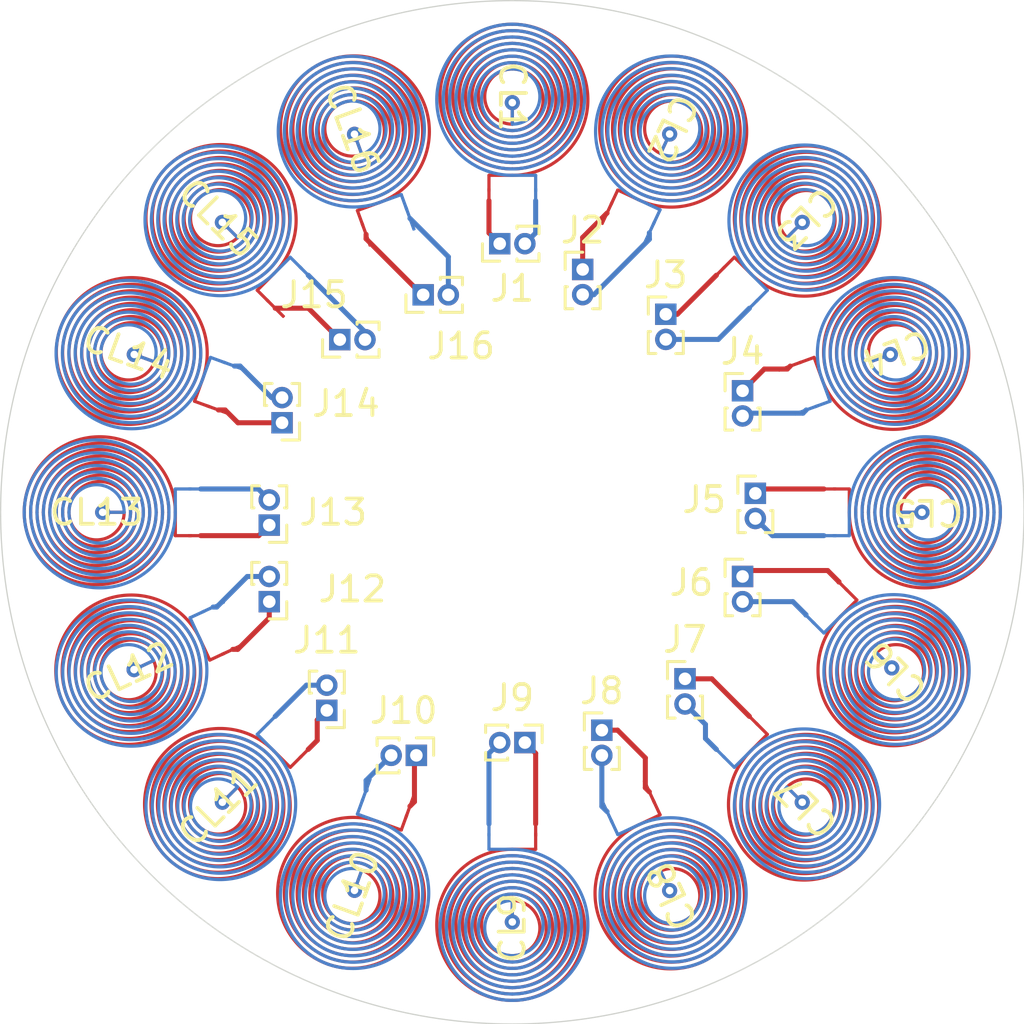
<source format=kicad_pcb>
(kicad_pcb (version 20240108) (generator "pcbnew") (generator_version "8.0")
  (layers (0 "F.Cu" signal) (31 "B.Cu" signal) (34 "B.Paste" user) (35 "F.Paste" user) (36 "B.SilkS" user "B.Silkscreen") (37 "F.SilkS" user "F.Silkscreen") (38 "B.Mask" user) (39 "F.Mask" user) (44 "Edge.Cuts" user))
  (net 0 "")
  (net 1 "Net-(J1-Pin_2)")
  (net 2 "Net-(J1-Pin_1)")
  (net 3 "Net-(J2-Pin_1)")
  (net 4 "Net-(J2-Pin_2)")
  (net 5 "Net-(J3-Pin_2)")
  (net 6 "Net-(J3-Pin_1)")
  (net 7 "Net-(J4-Pin_2)")
  (net 8 "Net-(J4-Pin_1)")
  (net 9 "Net-(J5-Pin_2)")
  (net 10 "Net-(J5-Pin_1)")
  (net 11 "Net-(J6-Pin_2)")
  (net 12 "Net-(J6-Pin_1)")
  (net 13 "Net-(J7-Pin_1)")
  (net 14 "Net-(J7-Pin_2)")
  (net 15 "Net-(J8-Pin_1)")
  (net 16 "Net-(J8-Pin_2)")
  (net 17 "Net-(J9-Pin_2)")
  (net 18 "Net-(J9-Pin_1)")
  (net 19 "Net-(J10-Pin_2)")
  (net 20 "Net-(J10-Pin_1)")
  (net 21 "Net-(J11-Pin_2)")
  (net 22 "Net-(J11-Pin_1)")
  (net 23 "Net-(J12-Pin_2)")
  (net 24 "Net-(J12-Pin_1)")
  (net 25 "Net-(J13-Pin_2)")
  (net 26 "Net-(J13-Pin_1)")
  (net 27 "Net-(J14-Pin_2)")
  (net 28 "Net-(J14-Pin_1)")
  (net 29 "Net-(J15-Pin_2)")
  (net 30 "Net-(J15-Pin_1)")
  (net 31 "Net-(J16-Pin_2)")
  (net 32 "Net-(J16-Pin_1)")
  (footprint "PCB Coils:SMALL_COIL" (layer "F.Cu") (at 152.4 85.09 -90)
    (property "Reference" "CL1")
    (property "Value" "L")
  )
  (footprint "Connector_PinHeader_1.00mm:PinHeader_1x02_P1.00mm_Vertical" (layer "F.Cu") (at 162.052 100.846)
    (property "Reference" "J5")
    (property "Value" "Conn_01x02_Pin")
  )
  (footprint "Connector_PinHeader_1.00mm:PinHeader_1x02_P1.00mm_Vertical" (layer "F.Cu") (at 161.544 104.148)
    (property "Reference" "J6")
    (property "Value" "Conn_01x02_Pin")
  )
  (footprint "PCB Coils:SMALL_COIL" (layer "F.Cu") (at 167.64 95.25 -160)
    (property "Reference" "CL4")
    (property "Value" "L")
  )
  (footprint "PCB Coils:SMALL_COIL" (layer "F.Cu") (at 168.91 101.6 180)
    (property "Reference" "CL5")
    (property "Value" "L")
  )
  (footprint "PCB Coils:SMALL_COIL" (layer "F.Cu") (at 158.75 116.84 115)
    (property "Reference" "CL8")
    (property "Value" "L")
  )
  (footprint "Connector_PinHeader_1.00mm:PinHeader_1x02_P1.00mm_Vertical" (layer "F.Cu") (at 155.194 91.956)
    (property "Reference" "J2")
    (property "Value" "Conn_01x02_Pin")
  )
  (footprint "PCB Coils:SMALL_COIL" (layer "F.Cu") (at 158.75 86.36 -115)
    (property "Reference" "CL2")
    (property "Value" "L")
  )
  (footprint "Connector_PinHeader_1.00mm:PinHeader_1x02_P1.00mm_Vertical" (layer "F.Cu") (at 151.9 90.932 90)
    (property "Reference" "J1")
    (property "Value" "Conn_01x02_Pin")
  )
  (footprint "PCB Coils:SMALL_COIL" (layer "F.Cu") (at 164.084 113.284 135)
    (property "Reference" "CL7")
    (property "Value" "L")
  )
  (footprint "Connector_PinHeader_1.00mm:PinHeader_1x02_P1.00mm_Vertical" (layer "F.Cu") (at 155.956 110.252)
    (property "Reference" "J8")
    (property "Value" "Conn_01x02_Pin")
  )
  (footprint "Connector_PinHeader_1.00mm:PinHeader_1x02_P1.00mm_Vertical" (layer "F.Cu") (at 142.748 105.148 180)
    (property "Reference" "J12")
    (property "Value" "Conn_01x02_Pin")
  )
  (footprint "Connector_PinHeader_1.00mm:PinHeader_1x02_P1.00mm_Vertical" (layer "F.Cu") (at 159.258 108.212)
    (property "Reference" "J7")
    (property "Value" "Conn_01x02_Pin")
  )
  (footprint "PCB Coils:SMALL_COIL" (layer "F.Cu") (at 152.4 118.11 90)
    (property "Reference" "CL9")
    (property "Value" "L")
  )
  (footprint "PCB Coils:SMALL_COIL" (layer "F.Cu") (at 140.716 113.284 45)
    (property "Reference" "CL11")
    (property "Value" "L")
  )
  (footprint "Connector_PinHeader_1.00mm:PinHeader_1x02_P1.00mm_Vertical" (layer "F.Cu") (at 143.256 98.044 180)
    (property "Reference" "J14")
    (property "Value" "Conn_01x02_Pin")
  )
  (footprint "Connector_PinHeader_1.00mm:PinHeader_1x02_P1.00mm_Vertical" (layer "F.Cu") (at 158.496 93.734)
    (property "Reference" "J3")
    (property "Value" "Conn_01x02_Pin")
  )
  (footprint "Connector_PinHeader_1.00mm:PinHeader_1x02_P1.00mm_Vertical" (layer "F.Cu") (at 148.59 111.252 -90)
    (property "Reference" "J10")
    (property "Value" "Conn_01x02_Pin")
  )
  (footprint "PCB Coils:SMALL_COIL" (layer "F.Cu") (at 137.16 95.25 -20)
    (property "Reference" "CL14")
    (property "Value" "L")
  )
  (footprint "PCB Coils:SMALL_COIL" (layer "F.Cu") (at 137.16 107.95 25)
    (property "Reference" "CL12")
    (property "Value" "L")
  )
  (footprint "PCB Coils:SMALL_COIL" (layer "F.Cu") (at 146.05 116.84 70)
    (property "Reference" "CL10")
    (property "Value" "L")
  )
  (footprint "Connector_PinHeader_1.00mm:PinHeader_1x02_P1.00mm_Vertical" (layer "F.Cu") (at 145.034 109.466 180)
    (property "Reference" "J11")
    (property "Value" "Conn_01x02_Pin")
  )
  (footprint "Connector_PinHeader_1.00mm:PinHeader_1x02_P1.00mm_Vertical" (layer "F.Cu") (at 161.544 96.774)
    (property "Reference" "J4")
    (property "Value" "Conn_01x02_Pin")
  )
  (footprint "PCB Coils:SMALL_COIL" (layer "F.Cu") (at 146.05 86.36 -70)
    (property "Reference" "CL16")
    (property "Value" "L")
  )
  (footprint "Connector_PinHeader_1.00mm:PinHeader_1x02_P1.00mm_Vertical" (layer "F.Cu") (at 152.9 110.744 -90)
    (property "Reference" "J9")
    (property "Value" "Conn_01x02_Pin")
  )
  (footprint "Connector_PinHeader_1.00mm:PinHeader_1x02_P1.00mm_Vertical" (layer "F.Cu") (at 145.55 94.742 90)
    (property "Reference" "J15")
    (property "Value" "Conn_01x02_Pin")
  )
  (footprint "PCB Coils:SMALL_COIL" (layer "F.Cu") (at 140.716 89.916 -45)
    (property "Reference" "CL15")
    (property "Value" "L")
  )
  (footprint "PCB Coils:SMALL_COIL" (layer "F.Cu") (at 164.084 89.916 -135)
    (property "Reference" "CL3")
    (property "Value" "L")
  )
  (footprint "Connector_PinHeader_1.00mm:PinHeader_1x02_P1.00mm_Vertical" (layer "F.Cu") (at 142.748 102.108 180)
    (property "Reference" "J13")
    (property "Value" "Conn_01x02_Pin")
  )
  (footprint "PCB Coils:SMALL_COIL" (layer "F.Cu") (at 135.89 101.6)
    (property "Reference" "CL13")
    (property "Value" "L")
  )
  (footprint "PCB Coils:SMALL_COIL" (layer "F.Cu") (at 167.64 107.95 135)
    (property "Reference" "CL6")
    (property "Value" "L")
  )
  (footprint "Connector_PinHeader_1.00mm:PinHeader_1x02_P1.00mm_Vertical" (layer "F.Cu") (at 148.86 92.964 90)
    (property "Reference" "J16")
    (property "Value" "Conn_01x02_Pin")
  )
  (gr_circle (center 152.4 101.6) (end 172.72 101.6) (stroke (width 0.05)) (fill none) (layer "Edge.Cuts"))
  (segment (start 153.327 89.225) (end 153.327 90.505) (width 0.2) (layer "B.Cu") (net 1))
  (segment (start 153.327 90.505) (end 152.9 90.932) (width 0.2) (layer "B.Cu") (net 1))
  (segment (start 151.473 90.505) (end 151.9 90.932) (width 0.2) (layer "F.Cu") (net 2))
  (segment (start 151.473 89.225) (end 151.473 90.505) (width 0.2) (layer "F.Cu") (net 2))
  (segment (start 156.162326 89.715816) (end 155.194 90.684142) (width 0.2) (layer "F.Cu") (net 3))
  (segment (start 155.194 90.684142) (end 155.194 91.956) (width 0.2) (layer "F.Cu") (net 3))
  (segment (start 155.644 92.956) (end 155.194 92.956) (width 0.2) (layer "B.Cu") (net 4))
  (segment (start 157.842621 90.757379) (end 155.644 92.956) (width 0.2) (layer "B.Cu") (net 4))
  (segment (start 157.842621 90.499351) (end 157.842621 90.757379) (width 0.2) (layer "B.Cu") (net 4))
  (segment (start 160.576976 94.734) (end 158.496 94.734) (width 0.2) (layer "B.Cu") (net 5))
  (segment (start 161.815601 93.495375) (end 160.576976 94.734) (width 0.2) (layer "B.Cu") (net 5))
  (segment (start 158.955024 93.734) (end 158.496 93.734) (width 0.2) (layer "F.Cu") (net 6))
  (segment (start 160.504625 92.184399) (end 158.955024 93.734) (width 0.2) (layer "F.Cu") (net 6))
  (segment (start 163.943773 97.663) (end 161.655 97.663) (width 0.2) (layer "B.Cu") (net 7))
  (segment (start 164.071424 97.535349) (end 163.943773 97.663) (width 0.2) (layer "B.Cu") (net 7))
  (segment (start 161.655 97.663) (end 161.544 97.774) (width 0.2) (layer "B.Cu") (net 7))
  (segment (start 163.320078 95.9104) (end 162.4076 95.9104) (width 0.2) (layer "F.Cu") (net 8))
  (segment (start 162.4076 95.9104) (end 161.544 96.774) (width 0.2) (layer "F.Cu") (net 8))
  (segment (start 163.437318 95.79316) (end 163.320078 95.9104) (width 0.2) (layer "F.Cu") (net 8))
  (segment (start 162.733 102.527) (end 162.052 101.846) (width 0.2) (layer "B.Cu") (net 9))
  (segment (start 164.775 102.527) (end 162.733 102.527) (width 0.2) (layer "B.Cu") (net 9))
  (segment (start 162.225 100.673) (end 162.052 100.846) (width 0.2) (layer "F.Cu") (net 10))
  (segment (start 164.775 100.673) (end 162.225 100.673) (width 0.2) (layer "F.Cu") (net 10))
  (segment (start 164.060625 105.666025) (end 163.5426 105.148) (width 0.2) (layer "B.Cu") (net 11))
  (segment (start 163.5426 105.148) (end 161.544 105.148) (width 0.2) (layer "B.Cu") (net 11))
  (segment (start 164.060625 105.681601) (end 164.060625 105.666025) (width 0.2) (layer "B.Cu") (net 11))
  (segment (start 164.9222 103.9114) (end 161.7806 103.9114) (width 0.2) (layer "F.Cu") (net 12))
  (segment (start 161.7806 103.9114) (end 161.544 104.148) (width 0.2) (layer "F.Cu") (net 12))
  (segment (start 165.371601 104.370625) (end 165.371601 104.360801) (width 0.2) (layer "F.Cu") (net 12))
  (segment (start 165.371601 104.360801) (end 164.9222 103.9114) (width 0.2) (layer "F.Cu") (net 12))
  (segment (start 161.815601 109.704625) (end 160.322976 108.212) (width 0.2) (layer "F.Cu") (net 13))
  (segment (start 160.322976 108.212) (end 159.258 108.212) (width 0.2) (layer "F.Cu") (net 13))
  (segment (start 160.504625 111.015601) (end 160.0708 110.581776) (width 0.2) (layer "B.Cu") (net 14))
  (segment (start 160.0708 110.0248) (end 159.258 109.212) (width 0.2) (layer "B.Cu") (net 14))
  (segment (start 160.0708 110.581776) (end 160.0708 110.0248) (width 0.2) (layer "B.Cu") (net 14))
  (segment (start 157.6832 112.541228) (end 157.6832 111.3542) (width 0.2) (layer "F.Cu") (net 15))
  (segment (start 157.842621 112.700649) (end 157.6832 112.541228) (width 0.2) (layer "F.Cu") (net 15))
  (segment (start 157.6832 111.3542) (end 156.581 110.252) (width 0.2) (layer "F.Cu") (net 15))
  (segment (start 156.581 110.252) (end 155.956 110.252) (width 0.2) (layer "F.Cu") (net 15))
  (segment (start 155.956 113.277858) (end 155.956 111.252) (width 0.2) (layer "B.Cu") (net 16))
  (segment (start 156.162326 113.484184) (end 155.956 113.277858) (width 0.2) (layer "B.Cu") (net 16))
  (segment (start 151.473 113.975) (end 151.473 111.171) (width 0.2) (layer "B.Cu") (net 17))
  (segment (start 151.473 111.171) (end 151.9 110.744) (width 0.2) (layer "B.Cu") (net 17))
  (segment (start 153.327 111.171) (end 152.9 110.744) (width 0.2) (layer "F.Cu") (net 18))
  (segment (start 153.327 113.975) (end 153.327 111.171) (width 0.2) (layer "F.Cu") (net 18))
  (segment (start 146.593159 112.637316) (end 146.593159 112.248841) (width 0.2) (layer "B.Cu") (net 19))
  (segment (start 146.593159 112.248841) (end 147.59 111.252) (width 0.2) (layer "B.Cu") (net 19))
  (segment (start 148.5138 111.3282) (end 148.59 111.252) (width 0.2) (layer "F.Cu") (net 20))
  (segment (start 148.335348 113.271422) (end 148.5138 113.09297) (width 0.2) (layer "F.Cu") (net 20))
  (segment (start 148.5138 113.09297) (end 148.5138 111.3282) (width 0.2) (layer "F.Cu") (net 20))
  (segment (start 142.984399 109.704625) (end 144.223024 108.466) (width 0.2) (layer "B.Cu") (net 21))
  (segment (start 144.223024 108.466) (end 145.034 108.466) (width 0.2) (layer "B.Cu") (net 21))
  (segment (start 144.653 110.657976) (end 144.653 109.847) (width 0.2) (layer "F.Cu") (net 22))
  (segment (start 144.653 109.847) (end 145.034 109.466) (width 0.2) (layer "F.Cu") (net 22))
  (segment (start 144.295375 111.015601) (end 144.653 110.657976) (width 0.2) (layer "F.Cu") (net 22))
  (segment (start 140.662074 105.362326) (end 141.8764 104.148) (width 0.2) (layer "B.Cu") (net 23))
  (segment (start 141.8764 104.148) (end 142.748 104.148) (width 0.2) (layer "B.Cu") (net 23))
  (segment (start 140.515816 105.362326) (end 140.662074 105.362326) (width 0.2) (layer "B.Cu") (net 23))
  (segment (start 142.748 105.791) (end 142.748 105.148) (width 0.2) (layer "F.Cu") (net 24))
  (segment (start 141.496379 107.042621) (end 142.748 105.791) (width 0.2) (layer "F.Cu") (net 24))
  (segment (start 141.299351 107.042621) (end 141.496379 107.042621) (width 0.2) (layer "F.Cu") (net 24))
  (segment (start 142.313 100.673) (end 142.748 101.108) (width 0.2) (layer "B.Cu") (net 25))
  (segment (start 140.025 100.673) (end 142.313 100.673) (width 0.2) (layer "B.Cu") (net 25))
  (segment (start 142.329 102.527) (end 142.748 102.108) (width 0.2) (layer "F.Cu") (net 26))
  (segment (start 140.025 102.527) (end 142.329 102.527) (width 0.2) (layer "F.Cu") (net 26))
  (segment (start 141.362684 95.793159) (end 141.589359 95.793159) (width 0.2) (layer "B.Cu") (net 27))
  (segment (start 142.8402 97.044) (end 143.256 97.044) (width 0.2) (layer "B.Cu") (net 27))
  (segment (start 141.589359 95.793159) (end 142.8402 97.044) (width 0.2) (layer "B.Cu") (net 27))
  (segment (start 140.728578 97.535348) (end 140.994748 97.535348) (width 0.2) (layer "F.Cu") (net 28))
  (segment (start 140.994748 97.535348) (end 141.5034 98.044) (width 0.2) (layer "F.Cu") (net 28))
  (segment (start 141.5034 98.044) (end 143.256 98.044) (width 0.2) (layer "F.Cu") (net 28))
  (segment (start 146.55 94.439024) (end 146.55 94.742) (width 0.2) (layer "B.Cu") (net 29))
  (segment (start 144.295375 92.184399) (end 146.55 94.439024) (width 0.2) (layer "B.Cu") (net 29))
  (segment (start 142.984399 93.495375) (end 144.303375 93.495375) (width 0.2) (layer "F.Cu") (net 30))
  (segment (start 144.303375 93.495375) (end 145.55 94.742) (width 0.2) (layer "F.Cu") (net 30))
  (segment (start 149.86 91.453228) (end 149.86 92.964) (width 0.2) (layer "B.Cu") (net 31))
  (segment (start 148.335349 89.928577) (end 149.86 91.453228) (width 0.2) (layer "B.Cu") (net 31))
  (segment (start 146.593159 90.562684) (end 146.593159 90.738559) (width 0.2) (layer "F.Cu") (net 32))
  (segment (start 146.593159 90.738559) (end 148.8186 92.964) (width 0.2) (layer "F.Cu") (net 32))
  (segment (start 148.8186 92.964) (end 148.86 92.964) (width 0.2) (layer "F.Cu") (net 32))
)
</source>
